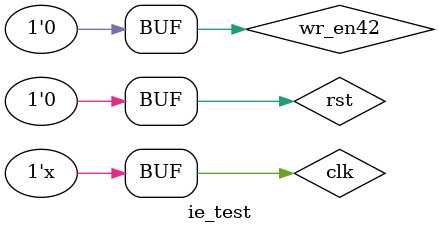
<source format=v>
`timescale 1ns / 1ps


module ie_test();
                 reg clk, rst, wr_en42;

                 wire wr_en12, regdst12,pcsrc12,memtoreg12,mem_read12,memwrite12,alusrc12,jump12,wr_en23,pcsrc34,
                      
                      regdst23,pcsrc23,memtoreg23,mem_read23,memwrite23,alusrc23,jump23,memwrite34,mem_read34,wr_en34,memtoreg34,jump34;

                  wire [31:0]instr41,alu_in2;

                  wire [31:0]instr12,addp4out12,signext_out12;

                  wire [31:0]pc_count,pc_in,addp4out41,add_out23,add_out34,read_data112,read_data212,read_data223,read_data123,write_data42;
wire [4:0]write_reg42,write_reg34,write_reg23;
wire [31:0] addp4out23,addp4out34,signext_out23,instr23,alu_out23,shift_left_out;
wire [1:0]aluop23,aluop12;
wire [2:0]opcode;

wire[31:0]alu_out34,read_data234;

program_counter t1(pc_count,pc_in,clk,rst);

adder_plus4 t2(addp4out41,pc_count);

mux_2x1 t3(pc_in,addp4out41,addp4out41,pcsrc34);

instruction_memory t4(instr41,pc_count);

dflipflop12 t5(instr12[31:0],addp4out12,instr41[31:0],addp4out41,clk);

reg_bank t6(read_data112,read_data212,instr12[25:21],instr12[20:16],write_data42,write_reg42,clk,wr_en42);

sign_extension t7(instr12[15:0],signext_out12);

controller t8(wr_en12,regdst12,pcsrc12,aluop12[1:0],memtoreg12,mem_read12,memwrite12,alusrc12,jump12,instr12);

dflipflop23 t9(addp4out23,read_data123,read_data223,signext_out23,instr23[5:0],instr23[20:16],instr23[15:11],

               wr_en23,regdst23,pcsrc23,memtoreg23,mem_read23,memwrite23,alusrc23,aluop23[1:0],jump23,
               
               addp4out12,read_data112,read_data212,signext_out12,instr12[5:0],instr12[20:16],instr12[15:11],
               
               wr_en12,regdst12,pcsrc12,memtoreg12,mem_read12,memwrite12,alusrc12,aluop12[1:0],jump12,clk);
                   
mux_2x1 t10(alu_in2,read_data223,signext_out23,alusrc23);

alu t11(alu_out23,read_data123,alu_in2,opcode);

shift_reg t12(signext_out23,clk,shift_left_out);

adder t13(add_out23,addp4out23,shift_left_out);

alu_cntrl t14(opcode,aluop23[1:0],instr23[5:0]);

mux_2x1_5bit t15(write_reg23[4:0],instr23[20:16],instr23[15:11],regdst23);

dflipflop34 t16(addp4out34,alu_out34,read_data234,write_reg34[4:0],memwrite34,mem_read34,wr_en34,memtoreg34,jump34,pcsrc34,
                addp4out23,alu_out23,read_data223,write_reg23[4:0],memwrite23,mem_read23,wr_en23,memtoreg23,jump23,pcsrc23,clk);
                  



initial 
begin clk=1'b0;rst=1'b1;
wr_en42=1'b0;
#5 rst=1'b0;
end
always #5 clk=~clk;
endmodule

</source>
